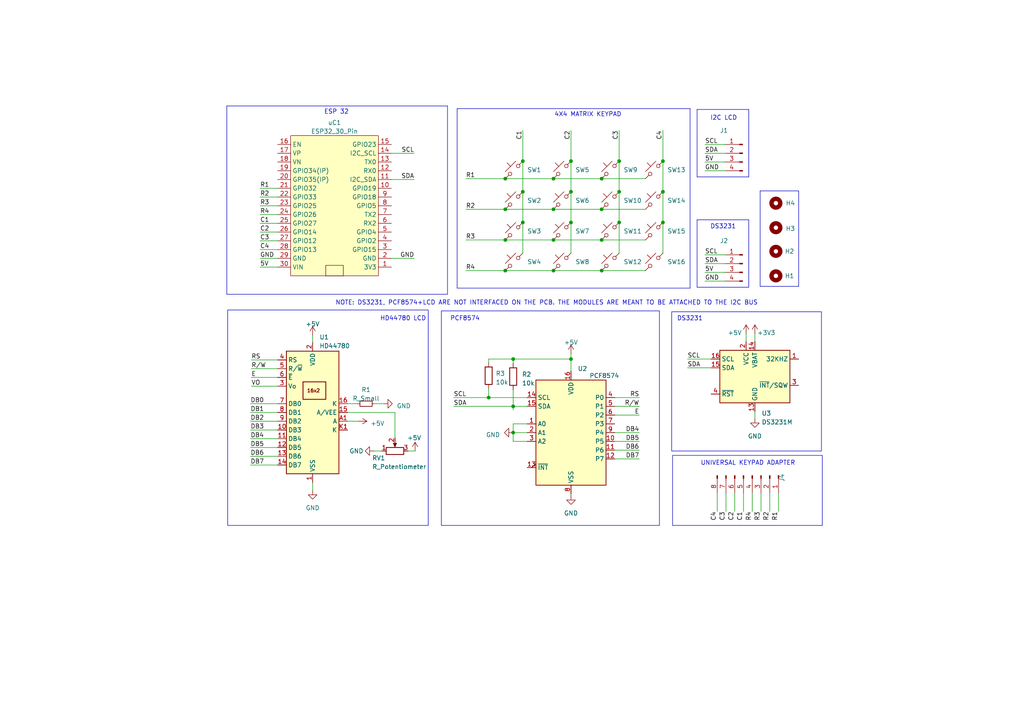
<source format=kicad_sch>
(kicad_sch (version 20230121) (generator eeschema)
  (paper "A4")
  (lib_symbols
    (symbol "Connector:Conn_01x04_Male" (pin_names (offset 1.016) hide)
      (property "Reference" "J" (at 0 5.08 0))
      (property "Value" "Conn_01x04_Male" (at 0 -7.62 0))
      (symbol "Conn_01x04_Male_1_1"
        (polyline (pts (xy 1.27 -5.08) (xy 0.8636 -5.08)) (stroke (width 0.1524)))
        (polyline (pts (xy 1.27 -2.54) (xy 0.8636 -2.54)) (stroke (width 0.1524)))
        (polyline (pts (xy 1.27 0) (xy 0.8636 0)) (stroke (width 0.1524)))
        (polyline (pts (xy 1.27 2.54) (xy 0.8636 2.54)) (stroke (width 0.1524)))
        (rectangle (start 0.8636 -4.953) (end 0 -5.207) (stroke (width 0.1524)) (fill (type outline)))
        (rectangle (start 0.8636 -2.413) (end 0 -2.667) (stroke (width 0.1524)) (fill (type outline)))
        (rectangle (start 0.8636 0.127) (end 0 -0.127) (stroke (width 0.1524)) (fill (type outline)))
        (rectangle (start 0.8636 2.667) (end 0 2.413) (stroke (width 0.1524)) (fill (type outline)))
        (pin passive line (at 5.08 2.54 180) (length 3.81) (name "Pin_1") (number "1"))
        (pin passive line (at 5.08 0 180) (length 3.81) (name "Pin_2") (number "2"))
        (pin passive line (at 5.08 -2.54 180) (length 3.81) (name "Pin_3") (number "3"))
        (pin passive line (at 5.08 -5.08 180) (length 3.81) (name "Pin_4") (number "4"))
      )
    )
    (symbol "Connector:Conn_01x08_Pin" (pin_names (offset 1.016) hide)
      (property "Reference" "J" (at 0 10.16 0))
      (property "Value" "Conn_01x08_Pin" (at 0 -12.7 0))
      (symbol "Conn_01x08_Pin_1_1"
        (polyline (pts (xy 1.27 -10.16) (xy 0.8636 -10.16)) (stroke (width 0.1524)))
        (polyline (pts (xy 1.27 -7.62) (xy 0.8636 -7.62)) (stroke (width 0.1524)))
        (polyline (pts (xy 1.27 -5.08) (xy 0.8636 -5.08)) (stroke (width 0.1524)))
        (polyline (pts (xy 1.27 -2.54) (xy 0.8636 -2.54)) (stroke (width 0.1524)))
        (polyline (pts (xy 1.27 0) (xy 0.8636 0)) (stroke (width 0.1524)))
        (polyline (pts (xy 1.27 2.54) (xy 0.8636 2.54)) (stroke (width 0.1524)))
        (polyline (pts (xy 1.27 5.08) (xy 0.8636 5.08)) (stroke (width 0.1524)))
        (polyline (pts (xy 1.27 7.62) (xy 0.8636 7.62)) (stroke (width 0.1524)))
        (rectangle (start 0.8636 -10.033) (end 0 -10.287) (stroke (width 0.1524)) (fill (type outline)))
        (rectangle (start 0.8636 -7.493) (end 0 -7.747) (stroke (width 0.1524)) (fill (type outline)))
        (rectangle (start 0.8636 -4.953) (end 0 -5.207) (stroke (width 0.1524)) (fill (type outline)))
        (rectangle (start 0.8636 -2.413) (end 0 -2.667) (stroke (width 0.1524)) (fill (type outline)))
        (rectangle (start 0.8636 0.127) (end 0 -0.127) (stroke (width 0.1524)) (fill (type outline)))
        (rectangle (start 0.8636 2.667) (end 0 2.413) (stroke (width 0.1524)) (fill (type outline)))
        (rectangle (start 0.8636 5.207) (end 0 4.953) (stroke (width 0.1524)) (fill (type outline)))
        (rectangle (start 0.8636 7.747) (end 0 7.493) (stroke (width 0.1524)) (fill (type outline)))
        (pin passive line (at 5.08 7.62 180) (length 3.81) (name "Pin_1") (number "1"))
        (pin passive line (at 5.08 5.08 180) (length 3.81) (name "Pin_2") (number "2"))
        (pin passive line (at 5.08 2.54 180) (length 3.81) (name "Pin_3") (number "3"))
        (pin passive line (at 5.08 0 180) (length 3.81) (name "Pin_4") (number "4"))
        (pin passive line (at 5.08 -2.54 180) (length 3.81) (name "Pin_5") (number "5"))
        (pin passive line (at 5.08 -5.08 180) (length 3.81) (name "Pin_6") (number "6"))
        (pin passive line (at 5.08 -7.62 180) (length 3.81) (name "Pin_7") (number "7"))
        (pin passive line (at 5.08 -10.16 180) (length 3.81) (name "Pin_8") (number "8"))
      )
    )
    (symbol "Device:R" (pin_numbers hide) (pin_names (offset 0))
      (property "Reference" "R" (at 2.032 0 90))
      (property "Value" "R" (at 0 0 90))
      (symbol "R_0_1"
        (rectangle (start -1.016 -2.54) (end 1.016 2.54) (stroke (width 0.254)))
      )
      (symbol "R_1_1"
        (pin passive line (at 0 3.81 270) (length 1.27) (name "~") (number "1"))
        (pin passive line (at 0 -3.81 90) (length 1.27) (name "~") (number "2"))
      )
    )
    (symbol "Device:R_Potentiometer" (pin_names (offset 1.016) hide)
      (property "Reference" "RV" (at -4.445 0 90))
      (property "Value" "R_Potentiometer" (at -2.54 0 90))
      (symbol "R_Potentiometer_0_1"
        (polyline (pts (xy 2.54 0) (xy 1.524 0)))
        (polyline (pts (xy 1.143 0) (xy 2.286 0.508) (xy 2.286 -0.508) (xy 1.143 0)) (fill (type outline)))
        (rectangle (start 1.016 2.54) (end -1.016 -2.54) (stroke (width 0.254)))
      )
      (symbol "R_Potentiometer_1_1"
        (pin passive line (at 0 3.81 270) (length 1.27) (name "1") (number "1"))
        (pin passive line (at 3.81 0 180) (length 1.27) (name "2") (number "2"))
        (pin passive line (at 0 -3.81 90) (length 1.27) (name "3") (number "3"))
      )
    )
    (symbol "Device:R_Small" (pin_numbers hide) (pin_names (offset 0.254) hide)
      (property "Reference" "R" (at 0.762 0.508 0))
      (property "Value" "R_Small" (at 0.762 -1.016 0))
      (symbol "R_Small_0_1"
        (rectangle (start -0.762 1.778) (end 0.762 -1.778) (stroke (width 0.2032)))
      )
      (symbol "R_Small_1_1"
        (pin passive line (at 0 2.54 270) (length 0.762) (name "~") (number "1"))
        (pin passive line (at 0 -2.54 90) (length 0.762) (name "~") (number "2"))
      )
    )
    (symbol "Display_Character:RC1602A-GHW-ESX"
      (property "Reference" "U" (at -5.842 19.05 0))
      (property "Value" "RC1602A-GHW-ESX" (at 3.81 19.05 0))
      (symbol "RC1602A-GHW-ESX_0_0"
        (rectangle (start -2.794 8.89) (end 3.81 3.81) (stroke (width 0.254)) (fill (type background)))
        (text "16x2" (at 0.254 6.35 0) (effects (font (size 0.9906 0.9906) bold)))
      )
      (symbol "RC1602A-GHW-ESX_0_1"
        (rectangle (start -7.62 17.78) (end 7.62 -17.78) (stroke (width 0.254)) (fill (type background)))
      )
      (symbol "RC1602A-GHW-ESX_1_1"
        (pin power_in line (at 0 -20.32 90) (length 2.54) (name "VSS") (number "1"))
        (pin bidirectional line (at -10.16 -5.08 0) (length 2.54) (name "DB3") (number "10"))
        (pin bidirectional line (at -10.16 -7.62 0) (length 2.54) (name "DB4") (number "11"))
        (pin bidirectional line (at -10.16 -10.16 0) (length 2.54) (name "DB5") (number "12"))
        (pin bidirectional line (at -10.16 -12.7 0) (length 2.54) (name "DB6") (number "13"))
        (pin bidirectional line (at -10.16 -15.24 0) (length 2.54) (name "DB7") (number "14"))
        (pin passive line (at 10.16 0 180) (length 2.54) (name "A/VEE") (number "15"))
        (pin passive line (at 10.16 2.54 180) (length 2.54) (name "K") (number "16"))
        (pin power_in line (at 0 20.32 270) (length 2.54) (name "VDD") (number "2"))
        (pin input line (at -10.16 7.62 0) (length 2.54) (name "Vo") (number "3"))
        (pin input line (at -10.16 15.24 0) (length 2.54) (name "RS") (number "4"))
        (pin input line (at -10.16 12.7 0) (length 2.54) (name "R/~{W}") (number "5"))
        (pin input line (at -10.16 10.16 0) (length 2.54) (name "~{E}") (number "6"))
        (pin bidirectional line (at -10.16 2.54 0) (length 2.54) (name "DB0") (number "7"))
        (pin bidirectional line (at -10.16 0 0) (length 2.54) (name "DB1") (number "8"))
        (pin bidirectional line (at -10.16 -2.54 0) (length 2.54) (name "DB2") (number "9"))
        (pin passive line (at 10.16 -2.54 180) (length 2.54) (name "A") (number "A1"))
        (pin passive line (at 10.16 -5.08 180) (length 2.54) (name "K") (number "K1"))
      )
    )
    (symbol "Interface_Expansion:PCF8574"
      (property "Reference" "U" (at -8.89 16.51 0))
      (property "Value" "PCF8574" (at 2.54 16.51 0))
      (symbol "PCF8574_0_1"
        (rectangle (start -10.16 15.24) (end 10.16 -15.24) (stroke (width 0.254)) (fill (type background)))
      )
      (symbol "PCF8574_1_1"
        (pin input line (at -12.7 2.54 0) (length 2.54) (name "A0") (number "1"))
        (pin bidirectional line (at 12.7 -2.54 180) (length 2.54) (name "P5") (number "10"))
        (pin bidirectional line (at 12.7 -5.08 180) (length 2.54) (name "P6") (number "11"))
        (pin bidirectional line (at 12.7 -7.62 180) (length 2.54) (name "P7") (number "12"))
        (pin open_collector output_low (at -12.7 -10.16 0) (length 2.54) (name "~{INT}") (number "13"))
        (pin input line (at -12.7 10.16 0) (length 2.54) (name "SCL") (number "14"))
        (pin bidirectional line (at -12.7 7.62 0) (length 2.54) (name "SDA") (number "15"))
        (pin power_in line (at 0 17.78 270) (length 2.54) (name "VDD") (number "16"))
        (pin input line (at -12.7 0 0) (length 2.54) (name "A1") (number "2"))
        (pin input line (at -12.7 -2.54 0) (length 2.54) (name "A2") (number "3"))
        (pin bidirectional line (at 12.7 10.16 180) (length 2.54) (name "P0") (number "4"))
        (pin bidirectional line (at 12.7 7.62 180) (length 2.54) (name "P1") (number "5"))
        (pin bidirectional line (at 12.7 5.08 180) (length 2.54) (name "P2") (number "6"))
        (pin bidirectional line (at 12.7 2.54 180) (length 2.54) (name "P3") (number "7"))
        (pin power_in line (at 0 -17.78 90) (length 2.54) (name "VSS") (number "8"))
        (pin bidirectional line (at 12.7 0 180) (length 2.54) (name "P4") (number "9"))
      )
    )
    (symbol "Mechanical:MountingHole" (pin_names (offset 1.016))
      (property "Reference" "H" (at 0 5.08 0))
      (property "Value" "MountingHole" (at 0 3.175 0))
      (symbol "MountingHole_0_1"
        (circle (center 0 0) (radius 1.27) (stroke (width 1.27)))
      )
    )
    (symbol "Switch:SW_Push_45deg" (pin_numbers hide) (pin_names (offset 1.016) hide)
      (property "Reference" "SW" (at 3.048 1.016 0))
      (property "Value" "SW_Push_45deg" (at 0 -3.81 0))
      (symbol "SW_Push_45deg_0_1"
        (circle (center -1.1684 1.1684) (radius 0.508))
        (polyline (pts (xy -0.508 2.54) (xy 2.54 -0.508)))
        (polyline (pts (xy 1.016 1.016) (xy 2.032 2.032)))
        (polyline (pts (xy -2.54 2.54) (xy -1.524 1.524) (xy -1.524 1.524)))
        (polyline (pts (xy 1.524 -1.524) (xy 2.54 -2.54) (xy 2.54 -2.54) (xy 2.54 -2.54)))
        (circle (center 1.143 -1.1938) (radius 0.508))
        (pin passive line (at -2.54 2.54 0) (length 0) (name "1") (number "1"))
        (pin passive line (at 2.54 -2.54 180) (length 0) (name "2") (number "2"))
      )
    )
    (symbol "Timer_RTC:DS3231M"
      (property "Reference" "U" (at -7.62 8.89 0))
      (property "Value" "DS3231M" (at 10.16 8.89 0))
      (symbol "DS3231M_0_1"
        (rectangle (start -10.16 7.62) (end 10.16 -7.62) (stroke (width 0.254)) (fill (type background)))
      )
      (symbol "DS3231M_1_1"
        (pin open_collector line (at 12.7 5.08 180) (length 2.54) (name "32KHZ") (number "1"))
        (pin passive line (at 0 -10.16 90) (length 2.54) hide (name "GND") (number "10"))
        (pin passive line (at 0 -10.16 90) (length 2.54) hide (name "GND") (number "11"))
        (pin passive line (at 0 -10.16 90) (length 2.54) hide (name "GND") (number "12"))
        (pin power_in line (at 0 -10.16 90) (length 2.54) (name "GND") (number "13"))
        (pin power_in line (at 0 10.16 270) (length 2.54) (name "VBAT") (number "14"))
        (pin bidirectional line (at -12.7 2.54 0) (length 2.54) (name "SDA") (number "15"))
        (pin input line (at -12.7 5.08 0) (length 2.54) (name "SCL") (number "16"))
        (pin power_in line (at -2.54 10.16 270) (length 2.54) (name "VCC") (number "2"))
        (pin open_collector line (at 12.7 -2.54 180) (length 2.54) (name "~{INT}/SQW") (number "3"))
        (pin bidirectional line (at -12.7 -5.08 0) (length 2.54) (name "~{RST}") (number "4"))
        (pin passive line (at 0 -10.16 90) (length 2.54) hide (name "GND") (number "5"))
        (pin passive line (at 0 -10.16 90) (length 2.54) hide (name "GND") (number "6"))
        (pin passive line (at 0 -10.16 90) (length 2.54) hide (name "GND") (number "7"))
        (pin passive line (at 0 -10.16 90) (length 2.54) hide (name "GND") (number "8"))
        (pin passive line (at 0 -10.16 90) (length 2.54) hide (name "GND") (number "9"))
      )
    )
    (symbol "mySymbols:ESP32_30_Pin"
      (property "Reference" "uC" (at -11.43 22.86 0))
      (property "Value" "ESP32_30_Pin" (at 0 -20.32 0))
      (symbol "ESP32_30_Pin_0_1"
        (rectangle (start -12.7 21.59) (end 12.7 -19.05) (fill (type background)))
        (rectangle (start -2.54 21.59) (end 2.54 18.542))
      )
      (symbol "ESP32_30_Pin_1_1"
        (pin power_in line (at -16.51 19.05 0) (length 3.81) (name "3V3") (number "1"))
        (pin bidirectional line (at -16.51 -3.81 0) (length 3.81) (name "GPIO19") (number "10"))
        (pin bidirectional line (at -16.51 -6.35 0) (length 3.81) (name "GPIO21") (number "11") (alternate "I2C SDA" bidirectional line))
        (pin bidirectional line (at -16.51 -8.89 0) (length 3.81) (name "RX0") (number "12"))
        (pin bidirectional line (at -16.51 -11.43 0) (length 3.81) (name "TX0") (number "13"))
        (pin bidirectional line (at -16.51 -13.97 0) (length 3.81) (name "GPIO22") (number "14") (alternate "I2C SCL" bidirectional line))
        (pin bidirectional line (at -16.51 -16.51 0) (length 3.81) (name "GPIO23") (number "15"))
        (pin bidirectional line (at 16.51 -16.51 180) (length 3.81) (name "EN") (number "16"))
        (pin input line (at 16.51 -13.97 180) (length 3.81) (name "VP") (number "17"))
        (pin input line (at 16.51 -11.43 180) (length 3.81) (name "VN") (number "18"))
        (pin input line (at 16.51 -8.89 180) (length 3.81) (name "GPIO34(IP)") (number "19"))
        (pin power_in line (at -16.51 16.51 0) (length 3.81) (name "GND") (number "2"))
        (pin input line (at 16.51 -6.35 180) (length 3.81) (name "GPIO35(IP)") (number "20"))
        (pin bidirectional line (at 16.51 -3.81 180) (length 3.81) (name "GPIO32") (number "21"))
        (pin bidirectional line (at 16.51 -1.27 180) (length 3.81) (name "GPIO33") (number "22"))
        (pin bidirectional line (at 16.51 1.27 180) (length 3.81) (name "GPIO25") (number "23"))
        (pin bidirectional line (at 16.51 3.81 180) (length 3.81) (name "GPIO26") (number "24"))
        (pin bidirectional line (at 16.51 6.35 180) (length 3.81) (name "GPIO27") (number "25"))
        (pin bidirectional line (at 16.51 8.89 180) (length 3.81) (name "GPIO14") (number "26"))
        (pin bidirectional line (at 16.51 11.43 180) (length 3.81) (name "GPIO12") (number "27"))
        (pin bidirectional line (at 16.51 13.97 180) (length 3.81) (name "GPIO13") (number "28"))
        (pin power_in line (at 16.51 16.51 180) (length 3.81) (name "GND") (number "29"))
        (pin bidirectional line (at -16.51 13.97 0) (length 3.81) (name "GPIO15") (number "3"))
        (pin power_in line (at 16.51 19.05 180) (length 3.81) (name "VIN") (number "30"))
        (pin bidirectional line (at -16.51 11.43 0) (length 3.81) (name "GPIO2") (number "4"))
        (pin bidirectional line (at -16.51 8.89 0) (length 3.81) (name "GPIO4") (number "5"))
        (pin bidirectional line (at -16.51 6.35 0) (length 3.81) (name "RX2") (number "6"))
        (pin bidirectional line (at -16.51 3.81 0) (length 3.81) (name "TX2") (number "7"))
        (pin bidirectional line (at -16.51 1.27 0) (length 3.81) (name "GPIO5") (number "8"))
        (pin bidirectional line (at -16.51 -1.27 0) (length 3.81) (name "GPIO18") (number "9"))
      )
    )
    (symbol "power:+3V3" (power) (pin_names (offset 0))
      (property "Value" "+3V3" (at 0 3.556 0))
      (symbol "+3V3_0_1"
        (polyline (pts (xy -0.762 1.27) (xy 0 2.54)))
        (polyline (pts (xy 0 0) (xy 0 2.54)))
        (polyline (pts (xy 0 2.54) (xy 0.762 1.27)))
      )
      (symbol "+3V3_1_1"
        (pin power_in line (at 0 0 90) (length 0) hide (name "+3V3") (number "1"))
      )
    )
    (symbol "power:+5V" (power) (pin_names (offset 0))
      (property "Value" "+5V" (at 0 3.556 0))
      (symbol "+5V_0_1"
        (polyline (pts (xy -0.762 1.27) (xy 0 2.54)))
        (polyline (pts (xy 0 0) (xy 0 2.54)))
        (polyline (pts (xy 0 2.54) (xy 0.762 1.27)))
      )
      (symbol "+5V_1_1"
        (pin power_in line (at 0 0 90) (length 0) hide (name "+5V") (number "1"))
      )
    )
    (symbol "power:GND" (power) (pin_names (offset 0))
      (property "Value" "GND" (at 0 -3.81 0))
      (symbol "GND_0_1"
        (polyline (pts (xy 0 0) (xy 0 -1.27) (xy 1.27 -1.27) (xy 0 -2.54) (xy -1.27 -1.27) (xy 0 -1.27)))
      )
      (symbol "GND_1_1"
        (pin power_in line (at 0 0 270) (length 0) hide (name "GND") (number "1"))
      )
    )
  )
  (junction (at 160.528 60.706))
  (junction (at 151.638 46.736))
  (junction (at 148.844 104.14))
  (junction (at 146.558 69.596))
  (junction (at 151.638 64.516))
  (junction (at 160.528 78.486))
  (junction (at 174.498 60.706))
  (junction (at 146.558 60.706))
  (junction (at 165.608 104.14))
  (junction (at 174.498 78.486))
  (junction (at 192.278 64.516))
  (junction (at 165.608 46.736))
  (junction (at 165.608 55.626))
  (junction (at 179.578 55.626))
  (junction (at 148.844 125.476))
  (junction (at 146.558 51.816))
  (junction (at 151.638 55.626))
  (junction (at 192.278 46.736))
  (junction (at 174.498 51.816))
  (junction (at 192.278 55.626))
  (junction (at 179.578 64.516))
  (junction (at 141.732 115.316))
  (junction (at 148.844 117.856))
  (junction (at 146.558 78.486))
  (junction (at 174.498 69.596))
  (junction (at 179.578 46.736))
  (junction (at 160.528 69.596))
  (junction (at 160.528 51.816))
  (junction (at 165.608 64.516))
  (wire (pts (xy 72.644 132.334) (xy 80.518 132.334)))
  (wire (pts (xy 148.844 122.936) (xy 148.844 125.476)))
  (wire (pts (xy 204.47 49.53) (xy 210.312 49.53)))
  (polyline (pts (xy 129.794 85.344) (xy 129.794 30.734)))
  (polyline (pts (xy 202.184 51.308) (xy 217.17 51.308)))
  (wire (pts (xy 148.844 125.476) (xy 152.908 125.476)))
  (wire (pts (xy 152.908 122.936) (xy 148.844 122.936)))
  (wire (pts (xy 174.498 60.706) (xy 187.198 60.706)))
  (wire (pts (xy 160.528 60.706) (xy 174.498 60.706)))
  (wire (pts (xy 146.558 51.816) (xy 160.528 51.816)))
  (wire (pts (xy 114.554 119.634) (xy 114.554 127)))
  (wire (pts (xy 204.47 41.91) (xy 210.312 41.91)))
  (wire (pts (xy 160.528 51.816) (xy 174.498 51.816)))
  (wire (pts (xy 218.948 119.38) (xy 218.948 121.412)))
  (wire (pts (xy 165.608 46.736) (xy 165.608 55.626)))
  (wire (pts (xy 75.438 77.47) (xy 80.518 77.47)))
  (wire (pts (xy 165.608 102.616) (xy 165.608 104.14)))
  (wire (pts (xy 72.644 117.094) (xy 80.518 117.094)))
  (wire (pts (xy 146.558 69.596) (xy 160.528 69.596)))
  (wire (pts (xy 75.438 57.15) (xy 80.518 57.15)))
  (polyline (pts (xy 200.152 83.566) (xy 200.152 31.496)))
  (wire (pts (xy 72.898 106.934) (xy 80.518 106.934)))
  (wire (pts (xy 72.644 134.874) (xy 80.518 134.874)))
  (wire (pts (xy 72.644 127.254) (xy 80.518 127.254)))
  (wire (pts (xy 75.438 64.77) (xy 80.518 64.77)))
  (wire (pts (xy 75.438 54.61) (xy 80.518 54.61)))
  (wire (pts (xy 179.578 55.626) (xy 179.578 64.516)))
  (wire (pts (xy 72.644 129.794) (xy 80.518 129.794)))
  (wire (pts (xy 192.278 46.736) (xy 192.278 55.626)))
  (wire (pts (xy 204.47 44.45) (xy 210.312 44.45)))
  (wire (pts (xy 141.732 104.14) (xy 141.732 105.156)))
  (polyline (pts (xy 220.472 83.058) (xy 231.648 83.058)))
  (polyline (pts (xy 220.472 55.372) (xy 231.648 55.372)))
  (wire (pts (xy 135.128 78.486) (xy 146.558 78.486)))
  (polyline (pts (xy 202.184 31.75) (xy 217.17 31.75)))
  (wire (pts (xy 90.678 97.282) (xy 90.678 99.314)))
  (wire (pts (xy 151.638 55.626) (xy 151.638 64.516)))
  (polyline (pts (xy 65.786 30.734) (xy 129.794 30.734)))
  (wire (pts (xy 160.528 69.596) (xy 174.498 69.596)))
  (wire (pts (xy 151.638 37.846) (xy 151.638 46.736)))
  (wire (pts (xy 165.608 104.14) (xy 165.608 107.696)))
  (wire (pts (xy 174.498 78.486) (xy 187.198 78.486)))
  (wire (pts (xy 148.844 104.14) (xy 148.844 105.41)))
  (wire (pts (xy 72.898 104.394) (xy 80.518 104.394)))
  (wire (pts (xy 192.278 64.516) (xy 192.278 73.406)))
  (wire (pts (xy 75.438 74.93) (xy 80.518 74.93)))
  (polyline (pts (xy 220.472 83.058) (xy 220.472 55.372)))
  (wire (pts (xy 204.47 76.454) (xy 210.312 76.454)))
  (polyline (pts (xy 231.648 55.372) (xy 231.648 83.058)))
  (wire (pts (xy 199.39 104.14) (xy 206.248 104.14)))
  (polyline (pts (xy 217.17 83.312) (xy 217.17 63.754)))
  (wire (pts (xy 113.538 44.45) (xy 120.142 44.45)))
  (wire (pts (xy 146.558 60.706) (xy 160.528 60.706)))
  (wire (pts (xy 90.678 139.954) (xy 90.678 142.24)))
  (wire (pts (xy 135.128 51.816) (xy 146.558 51.816)))
  (wire (pts (xy 108.712 117.094) (xy 111.252 117.094)))
  (wire (pts (xy 165.608 64.516) (xy 165.608 73.406)))
  (wire (pts (xy 199.39 106.68) (xy 206.248 106.68)))
  (wire (pts (xy 110.744 130.81) (xy 108.458 130.81)))
  (wire (pts (xy 204.47 73.914) (xy 210.312 73.914)))
  (wire (pts (xy 152.908 128.016) (xy 148.844 128.016)))
  (wire (pts (xy 216.408 96.774) (xy 216.408 99.06)))
  (wire (pts (xy 178.308 125.476) (xy 185.42 125.476)))
  (polyline (pts (xy 132.588 83.566) (xy 200.152 83.566)))
  (wire (pts (xy 178.308 117.856) (xy 185.42 117.856)))
  (wire (pts (xy 165.608 55.626) (xy 165.608 64.516)))
  (wire (pts (xy 148.844 113.03) (xy 148.844 117.856)))
  (wire (pts (xy 75.438 69.85) (xy 80.518 69.85)))
  (polyline (pts (xy 202.184 63.754) (xy 217.17 63.754)))
  (wire (pts (xy 72.898 109.474) (xy 80.518 109.474)))
  (wire (pts (xy 178.308 130.556) (xy 185.42 130.556)))
  (polyline (pts (xy 217.17 51.308) (xy 217.17 31.75)))
  (wire (pts (xy 218.186 143.002) (xy 218.186 148.336)))
  (wire (pts (xy 135.128 60.706) (xy 146.558 60.706)))
  (wire (pts (xy 178.308 133.096) (xy 185.42 133.096)))
  (wire (pts (xy 135.128 69.596) (xy 146.558 69.596)))
  (polyline (pts (xy 65.786 30.734) (xy 65.786 85.344)))
  (wire (pts (xy 75.438 62.23) (xy 80.518 62.23)))
  (wire (pts (xy 179.578 64.516) (xy 179.578 73.406)))
  (wire (pts (xy 178.308 120.396) (xy 185.42 120.396)))
  (polyline (pts (xy 65.786 85.344) (xy 129.794 85.344)))
  (wire (pts (xy 131.572 117.856) (xy 148.844 117.856)))
  (wire (pts (xy 204.47 81.534) (xy 210.312 81.534)))
  (wire (pts (xy 179.578 46.736) (xy 179.578 55.626)))
  (wire (pts (xy 204.47 46.99) (xy 210.312 46.99)))
  (wire (pts (xy 141.732 112.776) (xy 141.732 115.316)))
  (wire (pts (xy 75.438 59.69) (xy 80.518 59.69)))
  (wire (pts (xy 165.608 37.846) (xy 165.608 46.736)))
  (wire (pts (xy 220.726 143.002) (xy 220.726 148.336)))
  (wire (pts (xy 141.732 104.14) (xy 148.844 104.14)))
  (wire (pts (xy 131.572 115.316) (xy 141.732 115.316)))
  (wire (pts (xy 148.844 128.016) (xy 148.844 125.476)))
  (wire (pts (xy 72.898 112.014) (xy 80.518 112.014)))
  (wire (pts (xy 215.646 143.002) (xy 215.646 148.336)))
  (wire (pts (xy 192.278 37.846) (xy 192.278 46.736)))
  (wire (pts (xy 225.806 143.002) (xy 225.806 148.336)))
  (wire (pts (xy 148.844 117.856) (xy 152.908 117.856)))
  (wire (pts (xy 146.558 78.486) (xy 160.528 78.486)))
  (wire (pts (xy 141.732 115.316) (xy 152.908 115.316)))
  (wire (pts (xy 160.528 78.486) (xy 174.498 78.486)))
  (wire (pts (xy 204.47 78.994) (xy 210.312 78.994)))
  (wire (pts (xy 113.538 74.93) (xy 120.142 74.93)))
  (wire (pts (xy 165.608 143.256) (xy 165.608 143.764)))
  (wire (pts (xy 213.106 143.002) (xy 213.106 148.336)))
  (wire (pts (xy 72.644 124.714) (xy 80.518 124.714)))
  (wire (pts (xy 151.638 64.516) (xy 151.638 73.406)))
  (wire (pts (xy 148.844 104.14) (xy 165.608 104.14)))
  (wire (pts (xy 223.266 143.002) (xy 223.266 148.336)))
  (wire (pts (xy 100.838 122.174) (xy 103.886 122.174)))
  (wire (pts (xy 113.538 52.07) (xy 120.142 52.07)))
  (wire (pts (xy 178.308 115.316) (xy 185.42 115.316)))
  (wire (pts (xy 218.948 96.774) (xy 218.948 99.06)))
  (wire (pts (xy 148.844 118.872) (xy 148.844 117.856)))
  (wire (pts (xy 179.578 37.846) (xy 179.578 46.736)))
  (wire (pts (xy 174.498 51.816) (xy 187.198 51.816)))
  (wire (pts (xy 210.566 143.002) (xy 210.566 148.336)))
  (wire (pts (xy 151.638 46.736) (xy 151.638 55.626)))
  (polyline (pts (xy 202.184 31.75) (xy 202.184 51.308)))
  (polyline (pts (xy 132.588 31.496) (xy 200.152 31.496)))
  (wire (pts (xy 208.026 143.002) (xy 208.026 148.336)))
  (wire (pts (xy 120.396 130.81) (xy 118.364 130.81)))
  (wire (pts (xy 100.838 119.634) (xy 114.554 119.634)))
  (wire (pts (xy 174.498 69.596) (xy 187.198 69.596)))
  (polyline (pts (xy 132.588 31.496) (xy 132.588 83.566)))
  (wire (pts (xy 100.838 117.094) (xy 103.632 117.094)))
  (wire (pts (xy 75.438 72.39) (xy 80.518 72.39)))
  (wire (pts (xy 72.644 122.174) (xy 80.518 122.174)))
  (wire (pts (xy 72.644 119.634) (xy 80.518 119.634)))
  (polyline (pts (xy 202.184 63.754) (xy 202.184 83.312)))
  (wire (pts (xy 178.308 128.016) (xy 185.42 128.016)))
  (polyline (pts (xy 202.184 83.312) (xy 217.17 83.312)))
  (wire (pts (xy 75.438 67.31) (xy 80.518 67.31)))
  (wire (pts (xy 192.278 55.626) (xy 192.278 64.516)))
  (rectangle (start 128.016 90.17) (end 191.262 152.4))
  (rectangle (start 195.072 132.08) (end 238.506 152.4))
  (rectangle (start 66.04 89.916) (end 124.206 152.4))
  (rectangle (start 194.818 90.424) (end 238.252 130.81))
  (text "NOTE: DS3231, PCF8574+LCD ARE NOT INTERFACED ON THE PCB. THE MODULES ARE MEANT TO BE ATTACHED TO THE I2C BUS" (at 97.282 88.646 0) (effects (font (size 1.27 1.27)) (justify left bottom)))
  (text "I2C LCD " (at 205.994 35.052 0) (effects (font (size 1.27 1.27)) (justify left bottom)))
  (text "ESP 32" (at 93.98 33.274 0) (effects (font (size 1.27 1.27)) (justify left bottom)))
  (text "UNIVERSAL KEYPAD ADAPTER" (at 203.2 135.128 0) (effects (font (size 1.27 1.27)) (justify left bottom)))
  (text "DS3231" (at 205.994 66.548 0) (effects (font (size 1.27 1.27)) (justify left bottom)))
  (text "HD44780 LCD" (at 110.236 93.218 0) (effects (font (size 1.27 1.27)) (justify left bottom)))
  (text "DS3231" (at 196.342 93.218 0) (effects (font (size 1.27 1.27)) (justify left bottom)))
  (text "PCF8574" (at 130.556 93.218 0) (effects (font (size 1.27 1.27)) (justify left bottom)))
  (text "4X4 MATRIX KEYPAD\n" (at 160.782 34.036 0) (effects (font (size 1.27 1.27)) (justify left bottom)))
  (label "GND" (at 204.47 49.53 0))
  (label "C2" (at 213.106 148.336 270))
  (label "C4" (at 192.278 37.846 270))
  (label "C3" (at 179.578 37.846 270))
  (label "RS" (at 72.898 104.394 0))
  (label "5V" (at 204.47 78.994 0))
  (label "DB5" (at 72.644 129.794 0))
  (label "R2" (at 75.438 57.15 0))
  (label "DB2" (at 72.644 122.174 0))
  (label "DB3" (at 72.644 124.714 0))
  (label "DB7" (at 72.644 134.874 0))
  (label "VO" (at 72.898 112.014 0))
  (label "GND" (at 75.438 74.93 0))
  (label "DB6" (at 72.644 132.334 0))
  (label "R3" (at 220.726 148.336 270))
  (label "C2" (at 165.608 37.846 270))
  (label "R2" (at 135.128 60.706 0))
  (label "C2" (at 75.438 67.31 0))
  (label "SDA" (at 199.39 106.68 0))
  (label "SDA" (at 204.47 44.45 0))
  (label "DB5" (at 185.42 128.016 180))
  (label "C4" (at 208.026 148.336 270))
  (label "C1" (at 75.438 64.77 0))
  (label "R1" (at 75.438 54.61 0))
  (label "R4" (at 135.128 78.486 0))
  (label "SCL" (at 120.142 44.45 180))
  (label "E" (at 72.898 109.474 0))
  (label "R3" (at 135.128 69.596 0))
  (label "R1" (at 135.128 51.816 0))
  (label "SCL" (at 199.39 104.14 0))
  (label "R1" (at 225.806 148.336 270))
  (label "R4" (at 75.438 62.23 0))
  (label "DB1" (at 72.644 119.634 0))
  (label "R{slash}W" (at 185.42 117.856 180))
  (label "5V" (at 204.47 46.99 0))
  (label "DB7" (at 185.42 133.096 180))
  (label "C4" (at 75.438 72.39 0))
  (label "SDA" (at 120.142 52.07 180))
  (label "C1" (at 151.638 37.846 270))
  (label "SDA" (at 131.572 117.856 0))
  (label "R4" (at 218.186 148.336 270))
  (label "E" (at 185.42 120.396 180))
  (label "GND" (at 204.47 81.534 0))
  (label "DB4" (at 72.644 127.254 0))
  (label "GND" (at 120.142 74.93 180))
  (label "C1" (at 215.646 148.336 270))
  (label "C3" (at 210.566 148.336 270))
  (label "DB6" (at 185.42 130.556 180))
  (label "5V" (at 75.438 77.47 0))
  (label "C3" (at 75.438 69.85 0))
  (label "SDA" (at 204.47 76.454 0))
  (label "SCL" (at 204.47 73.914 0))
  (label "R3" (at 75.438 59.69 0))
  (label "DB4" (at 185.42 125.476 180))
  (label "RS" (at 185.42 115.316 180))
  (label "SCL" (at 131.572 115.316 0))
  (label "SCL" (at 204.47 41.91 0))
  (label "R{slash}W" (at 72.898 106.934 0))
  (label "R2" (at 223.266 148.336 270))
  (label "DB0" (at 72.644 117.094 0))
  (symbol (lib_id "Switch:SW_Push_45deg") (at 163.068 67.056 90) (unit 1)
    (property "Reference" "SW7" (at 166.878 67.0559 90) (effects (justify right)))
    (property "Value" "SW_Push_45deg" (effects hide))
    (property "Footprint" "Button_Switch_THT:SW_PUSH_6mm" (effects hide))
  )
  (symbol (lib_id "Device:R_Potentiometer") (at 114.554 130.81 90) (unit 1) (on_board no)
    (property "Reference" "RV1" (at 107.95 132.842 90) (effects (justify right)))
    (property "Value" "R_Potentiometer" (at 107.95 135.382 90) (effects (justify right)))
  )
  (symbol (lib_id "power:GND") (at 218.948 121.412 0) (unit 1)
    (property "Reference" "#PWR012" (effects hide))
    (property "Value" "GND" (at 218.948 126.492 0))
  )
  (symbol (lib_id "Switch:SW_Push_45deg") (at 163.068 75.946 90) (unit 1)
    (property "Reference" "SW8" (at 166.878 75.9459 90) (effects (justify right)))
    (property "Value" "SW_Push_45deg" (effects hide))
    (property "Footprint" "Button_Switch_THT:SW_PUSH_6mm" (effects hide))
  )
  (symbol (lib_id "Switch:SW_Push_45deg") (at 177.038 75.946 90) (unit 1)
    (property "Reference" "SW12" (at 180.848 75.9459 90) (effects (justify right)))
    (property "Value" "SW_Push_45deg" (effects hide))
    (property "Footprint" "Button_Switch_THT:SW_PUSH_6mm" (effects hide))
  )
  (symbol (lib_id "Mechanical:MountingHole") (at 225.044 80.01 90) (unit 1)
    (property "Reference" "H1" (at 230.378 80.01 90) (effects (justify left)))
    (property "Value" "MountingHole" (effects hide))
    (property "Footprint" "MountingHole:MountingHole_3.2mm_M3" (effects hide))
  )
  (symbol (lib_id "power:GND") (at 108.458 130.81 270) (unit 1)
    (property "Reference" "#PWR04" (effects hide))
    (property "Value" "GND" (at 103.378 130.81 90))
  )
  (symbol (lib_id "mySymbols:ESP32_30_Pin") (at 97.028 58.42 180) (unit 1)
    (property "Reference" "uC1" (at 97.028 35.56 0))
    (property "Value" "ESP32_30_Pin" (at 97.028 38.1 0))
    (property "Footprint" "myComponents:ESP32_30_Pin" (effects hide))
    (pin "11" (alternate "I2C SDA"))
    (pin "14" (alternate "I2C SCL"))
  )
  (symbol (lib_id "Connector:Conn_01x04_Male") (at 215.392 44.45 0) (mirror y) (unit 1)
    (property "Reference" "J1" (at 208.788 37.846 0) (effects (justify right)))
    (property "Value" "Conn_01x04_Male" (effects hide))
    (property "Footprint" "Connector_PinSocket_2.54mm:PinSocket_1x04_P2.54mm_Horizontal" (effects hide))
  )
  (symbol (lib_id "Connector:Conn_01x04_Male") (at 215.392 76.454 0) (mirror y) (unit 1)
    (property "Reference" "J2" (at 208.788 69.85 0) (effects (justify right)))
    (property "Value" "Conn_01x04_Male" (effects hide))
    (property "Footprint" "Connector_PinSocket_2.54mm:PinSocket_1x04_P2.54mm_Horizontal" (effects hide))
  )
  (symbol (lib_id "Switch:SW_Push_45deg") (at 163.068 58.166 90) (unit 1)
    (property "Reference" "SW6" (at 166.878 58.1659 90) (effects (justify right)))
    (property "Value" "SW_Push_45deg" (effects hide))
    (property "Footprint" "Button_Switch_THT:SW_PUSH_6mm" (effects hide))
  )
  (symbol (lib_id "power:GND") (at 90.678 142.24 0) (unit 1)
    (property "Reference" "#PWR01" (effects hide))
    (property "Value" "GND" (at 90.678 147.32 0))
  )
  (symbol (lib_id "Switch:SW_Push_45deg") (at 189.738 49.276 90) (unit 1)
    (property "Reference" "SW13" (at 193.548 49.2759 90) (effects (justify right)))
    (property "Value" "SW_Push_45deg" (effects hide))
    (property "Footprint" "Button_Switch_THT:SW_PUSH_6mm" (effects hide))
  )
  (symbol (lib_id "Device:R") (at 141.732 108.966 0) (unit 1) (on_board no)
    (property "Reference" "R3" (at 143.764 108.331 0) (effects (justify left)))
    (property "Value" "10k" (at 143.764 110.871 0) (effects (justify left)))
  )
  (symbol (lib_id "Switch:SW_Push_45deg") (at 177.038 49.276 90) (unit 1)
    (property "Reference" "SW9" (at 180.848 49.2759 90) (effects (justify right)))
    (property "Value" "SW_Push_45deg" (effects hide))
    (property "Footprint" "Button_Switch_THT:SW_PUSH_6mm" (effects hide))
  )
  (symbol (lib_id "Switch:SW_Push_45deg") (at 189.738 75.946 90) (unit 1)
    (property "Reference" "SW16" (at 193.548 75.9459 90) (effects (justify right)))
    (property "Value" "SW_Push_45deg" (effects hide))
    (property "Footprint" "Button_Switch_THT:SW_PUSH_6mm" (effects hide))
  )
  (symbol (lib_id "Display_Character:RC1602A-GHW-ESX") (at 90.678 119.634 0) (unit 1) (on_board no)
    (property "Reference" "U1" (at 92.6339 97.79 0) (effects (justify left)))
    (property "Value" "HD44780" (at 92.6339 100.33 0) (effects (justify left)))
    (property "Footprint" "Display:RC1602A" (effects hide))
    (property "Datasheet" "http://www.raystar-optronics.com/down.php?ProID=18" (effects hide))
  )
  (symbol (lib_id "Switch:SW_Push_45deg") (at 163.068 49.276 90) (unit 1)
    (property "Reference" "SW5" (at 166.878 49.2759 90) (effects (justify right)))
    (property "Value" "SW_Push_45deg" (effects hide))
    (property "Footprint" "Button_Switch_THT:SW_PUSH_6mm" (effects hide))
  )
  (symbol (lib_id "power:+5V") (at 103.886 122.174 270) (unit 1)
    (property "Reference" "#PWR06" (effects hide))
    (property "Value" "+5V" (at 107.442 122.809 90) (effects (justify left)))
  )
  (symbol (lib_id "Device:R") (at 148.844 109.22 0) (unit 1) (on_board no)
    (property "Reference" "R2" (at 151.384 108.585 0) (effects (justify left)))
    (property "Value" "10k" (at 151.384 111.125 0) (effects (justify left)))
  )
  (symbol (lib_id "Timer_RTC:DS3231M") (at 218.948 109.22 0) (unit 1) (on_board no)
    (property "Reference" "U3" (at 220.9039 119.888 0) (effects (justify left)))
    (property "Value" "DS3231M" (at 220.9039 122.428 0) (effects (justify left)))
    (property "Footprint" "Package_SO:SOIC-16W_7.5x10.3mm_P1.27mm" (effects hide))
    (property "Datasheet" "http://datasheets.maximintegrated.com/en/ds/DS3231.pdf" (effects hide))
  )
  (symbol (lib_id "Device:R_Small") (at 106.172 117.094 90) (unit 1) (on_board no)
    (property "Reference" "R1" (at 106.172 113.03 90))
    (property "Value" "R_Small" (at 106.172 115.57 90))
  )
  (symbol (lib_id "Switch:SW_Push_45deg") (at 189.738 67.056 90) (unit 1)
    (property "Reference" "SW15" (at 193.548 67.0559 90) (effects (justify right)))
    (property "Value" "SW_Push_45deg" (effects hide))
    (property "Footprint" "Button_Switch_THT:SW_PUSH_6mm" (effects hide))
  )
  (symbol (lib_id "Connector:Conn_01x08_Pin") (at 218.186 137.922 270) (unit 1)
    (property "Reference" "J4" (at 226.822 138.557 0))
    (property "Value" "Conn_01x08_Pin" (effects hide))
    (property "Footprint" "Connector_PinHeader_2.54mm:PinHeader_1x08_P2.54mm_Vertical" (effects hide))
  )
  (symbol (lib_id "power:+3V3") (at 218.948 96.774 0) (unit 1)
    (property "Reference" "#PWR011" (effects hide))
    (property "Value" "+3V3" (at 222.25 96.52 0))
  )
  (symbol (lib_id "Mechanical:MountingHole") (at 225.044 58.928 90) (unit 1)
    (property "Reference" "H4" (at 230.632 58.928 90) (effects (justify left)))
    (property "Value" "MountingHole" (effects hide))
    (property "Footprint" "MountingHole:MountingHole_3.2mm_M3" (effects hide))
  )
  (symbol (lib_id "Switch:SW_Push_45deg") (at 149.098 67.056 90) (unit 1)
    (property "Reference" "SW3" (at 152.908 67.0559 90) (effects (justify right)))
    (property "Value" "SW_Push_45deg" (effects hide))
    (property "Footprint" "Button_Switch_THT:SW_PUSH_6mm" (effects hide))
  )
  (symbol (lib_id "Switch:SW_Push_45deg") (at 149.098 49.276 90) (unit 1)
    (property "Reference" "SW1" (at 152.908 49.2759 90) (effects (justify right)))
    (property "Value" "SW_Push_45deg" (effects hide))
    (property "Footprint" "Button_Switch_THT:SW_PUSH_6mm" (effects hide))
  )
  (symbol (lib_id "power:+5V") (at 165.608 102.616 0) (unit 1)
    (property "Reference" "#PWR08" (effects hide))
    (property "Value" "+5V" (at 165.608 99.314 0))
  )
  (symbol (lib_id "Switch:SW_Push_45deg") (at 149.098 75.946 90) (unit 1)
    (property "Reference" "SW4" (at 152.908 75.9459 90) (effects (justify right)))
    (property "Value" "SW_Push_45deg" (effects hide))
    (property "Footprint" "Button_Switch_THT:SW_PUSH_6mm" (effects hide))
  )
  (symbol (lib_id "power:+5V") (at 120.396 130.81 0) (unit 1)
    (property "Reference" "#PWR05" (effects hide))
    (property "Value" "+5V" (at 120.142 127 0))
  )
  (symbol (lib_id "Switch:SW_Push_45deg") (at 177.038 58.166 90) (unit 1)
    (property "Reference" "SW10" (at 180.848 58.1659 90) (effects (justify right)))
    (property "Value" "SW_Push_45deg" (effects hide))
    (property "Footprint" "Button_Switch_THT:SW_PUSH_6mm" (effects hide))
  )
  (symbol (lib_id "Mechanical:MountingHole") (at 225.044 66.04 90) (unit 1)
    (property "Reference" "H3" (at 230.632 66.294 90) (effects (justify left)))
    (property "Value" "MountingHole" (effects hide))
    (property "Footprint" "MountingHole:MountingHole_3.2mm_M3" (effects hide))
  )
  (symbol (lib_id "power:+5V") (at 90.678 97.282 0) (unit 1)
    (property "Reference" "#PWR02" (effects hide))
    (property "Value" "+5V" (at 90.678 93.98 0))
  )
  (symbol (lib_id "power:GND") (at 148.844 125.476 270) (unit 1)
    (property "Reference" "#PWR07" (effects hide))
    (property "Value" "GND" (at 145.034 126.111 90) (effects (justify right)))
  )
  (symbol (lib_id "Switch:SW_Push_45deg") (at 149.098 58.166 90) (unit 1)
    (property "Reference" "SW2" (at 152.908 58.1659 90) (effects (justify right)))
    (property "Value" "SW_Push_45deg" (effects hide))
    (property "Footprint" "Button_Switch_THT:SW_PUSH_6mm" (effects hide))
  )
  (symbol (lib_id "Switch:SW_Push_45deg") (at 189.738 58.166 90) (unit 1)
    (property "Reference" "SW14" (at 193.548 58.1659 90) (effects (justify right)))
    (property "Value" "SW_Push_45deg" (effects hide))
    (property "Footprint" "Button_Switch_THT:SW_PUSH_6mm" (effects hide))
  )
  (symbol (lib_id "power:GND") (at 165.608 143.764 0) (unit 1)
    (property "Reference" "#PWR09" (effects hide))
    (property "Value" "GND" (at 165.608 148.844 0))
  )
  (symbol (lib_id "Interface_Expansion:PCF8574") (at 165.608 125.476 0) (unit 1) (on_board no)
    (property "Reference" "U2" (at 167.5639 106.934 0) (effects (justify left)))
    (property "Value" "PCF8574" (at 170.942 108.966 0) (effects (justify left)))
    (property "Datasheet" "http://www.nxp.com/documents/data_sheet/PCF8574_PCF8574A.pdf" (effects hide))
  )
  (symbol (lib_id "power:GND") (at 111.252 117.094 90) (unit 1)
    (property "Reference" "#PWR03" (effects hide))
    (property "Value" "GND" (at 115.062 117.729 90) (effects (justify right)))
  )
  (symbol (lib_id "power:+5V") (at 216.408 96.774 0) (unit 1)
    (property "Reference" "#PWR010" (effects hide))
    (property "Value" "+5V" (at 213.106 96.52 0))
  )
  (symbol (lib_id "Mechanical:MountingHole") (at 225.044 72.898 90) (unit 1)
    (property "Reference" "H2" (at 230.378 72.898 90) (effects (justify left)))
    (property "Value" "MountingHole" (effects hide))
    (property "Footprint" "MountingHole:MountingHole_3.2mm_M3" (effects hide))
  )
  (symbol (lib_id "Switch:SW_Push_45deg") (at 177.038 67.056 90) (unit 1)
    (property "Reference" "SW11" (at 180.848 67.0559 90) (effects (justify right)))
    (property "Value" "SW_Push_45deg" (effects hide))
    (property "Footprint" "Button_Switch_THT:SW_PUSH_6mm" (effects hide))
  )
)
</source>
